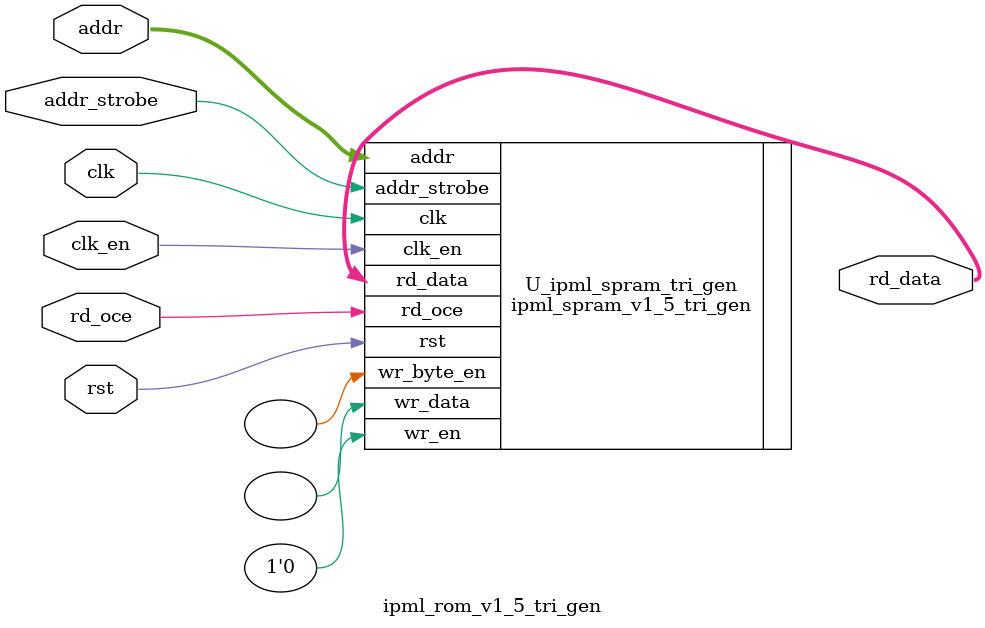
<source format=v>




module ipml_rom_v1_5_tri_gen
 #(
    parameter  c_SIM_DEVICE     = "LOGOS"      ,
    parameter  c_ADDR_WIDTH     = 10           ,           //write address width  legal value:1~20 
    parameter  c_DATA_WIDTH     = 32           ,           //write data width     legal value:8~1152
    parameter  c_OUTPUT_REG     = 0            ,           //output register      legal value:1~20
    parameter  c_RD_OCE_EN      = 0            ,
    parameter  c_CLK_EN         = 0            ,
    parameter  c_ADDR_STROBE_EN = 0            ,
    parameter  c_RESET_TYPE     = "ASYNC_RESET",           //ASYNC_RESET_SYNC_RELEASE SYNC_RESET legal valve "ASYNC_RESET_SYNC_RELEASE" "SYNC_RESET" "ASYNC_RESET"
    parameter  c_POWER_OPT      = 0            ,           //0 :normal mode  1:low power mode legal value:0 or 1
    parameter  c_CLK_OR_POL_INV = 0            ,           //clk polarity invert for output register   legal value 1 or 0           
    parameter  c_INIT_FILE      = "NONE"       ,           //legal value:"NONE" or "initial file name"
    parameter  c_INIT_FORMAT    = "BIN"                   //initial data format   legal valve: "bin" or "hex"
    
 )
  (
   
    input  wire [c_ADDR_WIDTH-1 : 0]  addr        ,
    output wire [c_DATA_WIDTH-1 : 0]  rd_data     ,
    input  wire                       clk         ,
    input  wire                       clk_en      ,
    input  wire                       addr_strobe ,
    input  wire                       rst         ,
    input  wire                       rd_oce       
  );

//**********************************************************************************************************************************************   
    
//main code
//*************************************************************************************************************************************
//inner variables

ipml_spram_v1_5_tri_gen
 #(
    .c_SIM_DEVICE     (c_SIM_DEVICE),
    .c_ADDR_WIDTH     (c_ADDR_WIDTH),           //write address width  legal value:1~20                              
    .c_DATA_WIDTH     (c_DATA_WIDTH),           //write data width     legal value:8~1152                            
    .c_OUTPUT_REG     (c_OUTPUT_REG),           //output register      legal value:1~20                              
    .c_RD_OCE_EN      (c_RD_OCE_EN),
    .c_ADDR_STROBE_EN (c_ADDR_STROBE_EN),
    .c_CLK_EN         (c_CLK_EN),
    .c_RESET_TYPE     (c_RESET_TYPE),           //legal valve "ASYNC_RESET_SYNC_RELEASE" "SYNC_RESET" "ASYNC_RESET"  
    .c_POWER_OPT      (c_POWER_OPT),            //0 :normal mode  1:low power mode legal value:0 or 1                 
    .c_CLK_OR_POL_INV (c_CLK_OR_POL_INV),       //clk polarity invert for output register legal value 1 or 0         
    .c_INIT_FILE      (c_INIT_FILE),            //legal value:"NONE" or "initial file name"                          
    .c_INIT_FORMAT    (c_INIT_FORMAT),          //initial data format   legal valve: "bin" or "hex"                  
    .c_WR_BYTE_EN     (0),                      //byte write enable    legal value: 0 or 1                            
    .c_BE_WIDTH       (1),                      //byte width legal value: 1~128
    .c_RAM_MODE       ("ROM"),
    .c_WRITE_MODE     ("NORMAL_WRITE")          //global reset enable  legal value 0 or 1                            
 )  U_ipml_spram_tri_gen                       //"NORMAL_WRITE"; // TRANSPARENT_WRITE READ_BEFORE_WRITE             
  (
   
    .addr        (addr),
    .wr_data     (),
    .rd_data     (rd_data),
    .wr_en       (1'b0),
    .clk         (clk),
    .clk_en      (clk_en),
    .addr_strobe (addr_strobe),
    .rst         (rst),
    .wr_byte_en  (),
    .rd_oce      (rd_oce) 
  );
 

endmodule


</source>
